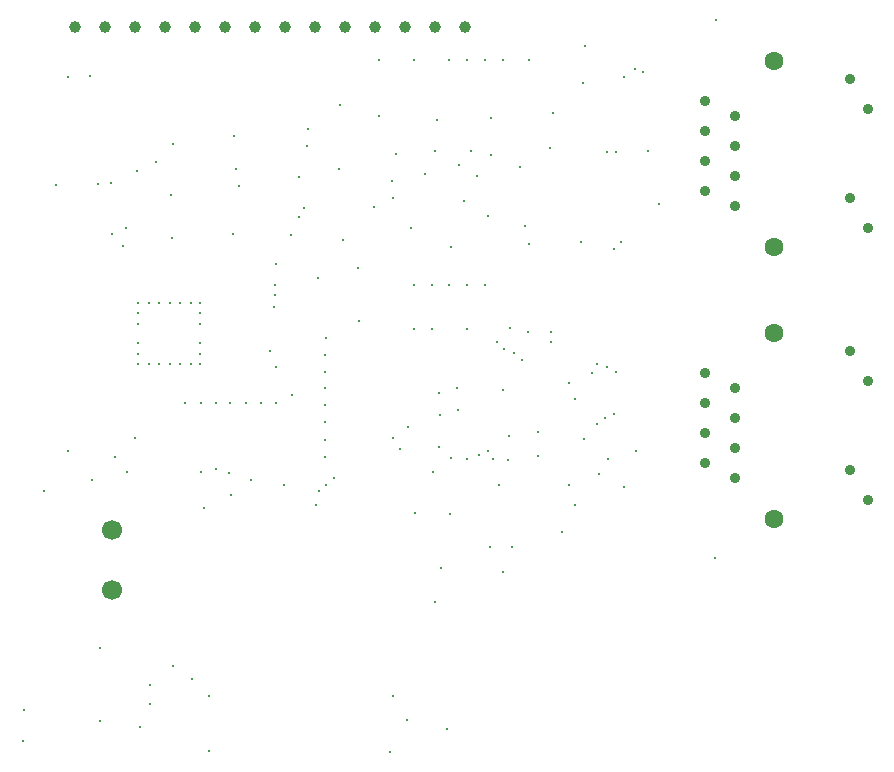
<source format=gbr>
%TF.GenerationSoftware,KiCad,Pcbnew,8.0.0*%
%TF.CreationDate,2024-03-19T23:16:41-04:00*%
%TF.ProjectId,Ethernet_Dev_Board,45746865-726e-4657-945f-4465765f426f,rev?*%
%TF.SameCoordinates,Original*%
%TF.FileFunction,Plated,1,4,PTH,Drill*%
%TF.FilePolarity,Positive*%
%FSLAX46Y46*%
G04 Gerber Fmt 4.6, Leading zero omitted, Abs format (unit mm)*
G04 Created by KiCad (PCBNEW 8.0.0) date 2024-03-19 23:16:41*
%MOMM*%
%LPD*%
G01*
G04 APERTURE LIST*
%TA.AperFunction,ViaDrill*%
%ADD10C,0.300000*%
%TD*%
%TA.AperFunction,ComponentDrill*%
%ADD11C,0.900000*%
%TD*%
%TA.AperFunction,ComponentDrill*%
%ADD12C,1.000000*%
%TD*%
%TA.AperFunction,ComponentDrill*%
%ADD13C,1.600000*%
%TD*%
%TA.AperFunction,ComponentDrill*%
%ADD14C,1.700000*%
%TD*%
G04 APERTURE END LIST*
D10*
X80400000Y-108000000D03*
X80500000Y-105400000D03*
X82199265Y-86849265D03*
X83200000Y-60900000D03*
X84200000Y-51800000D03*
X84201000Y-83439000D03*
X86106000Y-51689000D03*
X86233000Y-85852000D03*
X86741000Y-60833000D03*
X86886742Y-106313258D03*
X86900000Y-100100000D03*
X87884000Y-60706000D03*
X87950000Y-65050000D03*
X88200000Y-83900000D03*
X88900000Y-66040000D03*
X89154000Y-64516000D03*
X89200000Y-85200000D03*
X89916000Y-82296000D03*
X90043000Y-59690000D03*
X90170000Y-70866000D03*
X90170000Y-71755000D03*
X90170000Y-72644000D03*
X90170000Y-74295000D03*
X90170000Y-75184000D03*
X90170000Y-76073000D03*
X90300000Y-106800000D03*
X91059000Y-70866000D03*
X91059000Y-76073000D03*
X91167000Y-104883000D03*
X91186000Y-103251000D03*
X91694000Y-58928000D03*
X91948000Y-70866000D03*
X91948000Y-76073000D03*
X92837000Y-70866000D03*
X92837000Y-76073000D03*
X92964000Y-61722000D03*
X93000000Y-65400000D03*
X93091000Y-101600000D03*
X93100000Y-57400000D03*
X93726000Y-70866000D03*
X93726000Y-76073000D03*
X94107000Y-79375000D03*
X94615000Y-70866000D03*
X94615000Y-76073000D03*
X94742000Y-102743000D03*
X95377000Y-70866000D03*
X95377000Y-71755000D03*
X95377000Y-72644000D03*
X95377000Y-74295000D03*
X95377000Y-75184000D03*
X95377000Y-76073000D03*
X95500000Y-85200000D03*
X95504000Y-79375000D03*
X95758000Y-88265000D03*
X96100000Y-108800000D03*
X96139000Y-104140000D03*
X96774000Y-79375000D03*
X96774000Y-84963000D03*
X97800000Y-85300000D03*
X97925000Y-79375000D03*
X98044000Y-87122000D03*
X98171000Y-65029000D03*
X98300000Y-56800000D03*
X98425000Y-59563000D03*
X98679000Y-60960000D03*
X99314000Y-79375000D03*
X99697600Y-85900000D03*
X100584000Y-79375000D03*
X101337765Y-74962235D03*
X101650000Y-71250000D03*
X101727000Y-69342000D03*
X101750000Y-70231000D03*
X101854000Y-67564000D03*
X101854000Y-76327000D03*
X101854000Y-79375000D03*
X102500000Y-86300000D03*
X103124000Y-65151000D03*
X103200000Y-78700000D03*
X103759000Y-63627000D03*
X103800000Y-60200000D03*
X104196000Y-62865000D03*
X104400000Y-57600000D03*
X104546000Y-56200000D03*
X105226391Y-88039713D03*
X105354000Y-68800000D03*
X105458000Y-86850000D03*
X106000000Y-75300000D03*
X106000000Y-76700000D03*
X106000000Y-78100000D03*
X106000000Y-79500000D03*
X106000000Y-81000000D03*
X106000000Y-82500000D03*
X106000000Y-83900000D03*
X106018329Y-86279005D03*
X106089000Y-73900000D03*
X106700000Y-85700000D03*
X107150000Y-59563000D03*
X107200000Y-54100000D03*
X107500000Y-65600000D03*
X108750000Y-67900000D03*
X108800000Y-72400000D03*
X110109000Y-62738000D03*
X110500000Y-50300000D03*
X110500000Y-55100000D03*
X111500000Y-108900000D03*
X111633000Y-60579000D03*
X111760000Y-61976000D03*
X111760000Y-82296000D03*
X111760000Y-104140000D03*
X112000000Y-58300000D03*
X112350000Y-83250000D03*
X112900000Y-106200000D03*
X113000000Y-81400000D03*
X113284000Y-64516000D03*
X113500000Y-50300000D03*
X113500000Y-69342000D03*
X113500000Y-73100000D03*
X113600000Y-88700000D03*
X114427000Y-59944000D03*
X115000000Y-69342000D03*
X115000000Y-73100000D03*
X115100000Y-85200000D03*
X115272663Y-58027337D03*
X115300000Y-96200000D03*
X115443000Y-55372000D03*
X115600000Y-78500000D03*
X115600000Y-83100000D03*
X115697000Y-80391000D03*
X115800000Y-93300000D03*
X116300000Y-107000000D03*
X116500000Y-50300000D03*
X116500000Y-69342000D03*
X116586000Y-88773000D03*
X116600000Y-66200000D03*
X116600000Y-84000000D03*
X117100000Y-78100000D03*
X117200000Y-80000000D03*
X117300000Y-59200000D03*
X117750000Y-62300000D03*
X117948878Y-84097486D03*
X118000000Y-50300000D03*
X118000000Y-69342000D03*
X118000000Y-73100000D03*
X118300000Y-58000000D03*
X118800000Y-60150000D03*
X119000000Y-83800000D03*
X119500000Y-50300000D03*
X119500000Y-69342000D03*
X119756239Y-83434358D03*
X119761000Y-63500000D03*
X119900000Y-91600000D03*
X120000000Y-58400000D03*
X120015000Y-55245000D03*
X120200000Y-84100000D03*
X120499479Y-74199479D03*
X120700000Y-86300000D03*
X121000000Y-50300000D03*
X121000000Y-93700000D03*
X121031000Y-78232000D03*
X121100521Y-74800521D03*
X121416841Y-84183159D03*
X121500000Y-82200000D03*
X121649479Y-73049479D03*
X121800000Y-91600000D03*
X121999479Y-75099479D03*
X122500000Y-59400000D03*
X122600521Y-75700521D03*
X122900000Y-64400000D03*
X123191636Y-73341636D03*
X123200000Y-50300000D03*
X123200000Y-65900000D03*
X124000000Y-81850000D03*
X124024265Y-83875735D03*
X125000000Y-57800000D03*
X125100000Y-73375000D03*
X125100000Y-74225000D03*
X125300000Y-54800000D03*
X126000000Y-90300000D03*
X126600000Y-77700000D03*
X126600000Y-86300000D03*
X127100000Y-79000000D03*
X127100000Y-88000000D03*
X127600000Y-65700000D03*
X127800000Y-52300000D03*
X127900000Y-82400000D03*
X128016000Y-49149000D03*
X128600000Y-76800000D03*
X128950000Y-76050000D03*
X129032000Y-81153000D03*
X129200000Y-85400000D03*
X129667000Y-80645000D03*
X129800000Y-76300000D03*
X129823655Y-58104876D03*
X129900000Y-84100000D03*
X130399479Y-66300521D03*
X130429000Y-80264000D03*
X130600000Y-76700000D03*
X130625000Y-58074998D03*
X131000521Y-65699479D03*
X131300000Y-51800000D03*
X131300000Y-86500000D03*
X132200000Y-51100000D03*
X132300000Y-83400000D03*
X132900000Y-51300000D03*
X133300000Y-58000000D03*
X134200000Y-62500000D03*
X139000000Y-92500000D03*
X139100000Y-46900000D03*
D11*
%TO.C,J301*%
X138144000Y-53805000D03*
X138144000Y-56345000D03*
X138144000Y-58885000D03*
X138144000Y-61425000D03*
%TO.C,J201*%
X138144000Y-76840000D03*
X138144000Y-79380000D03*
X138144000Y-81920000D03*
X138144000Y-84460000D03*
%TO.C,J301*%
X140684000Y-55075000D03*
X140684000Y-57615000D03*
X140684000Y-60155000D03*
X140684000Y-62695000D03*
%TO.C,J201*%
X140684000Y-78110000D03*
X140684000Y-80650000D03*
X140684000Y-83190000D03*
X140684000Y-85730000D03*
%TO.C,J301*%
X150412000Y-51924000D03*
X150412000Y-62036000D03*
%TO.C,J201*%
X150412000Y-74959000D03*
X150412000Y-85071000D03*
%TO.C,J301*%
X151932000Y-54466000D03*
X151932000Y-64574000D03*
%TO.C,J201*%
X151932000Y-77501000D03*
X151932000Y-87609000D03*
D12*
%TO.C,J402*%
X84790000Y-47500000D03*
X87330000Y-47500000D03*
X89870000Y-47500000D03*
X92410000Y-47500000D03*
X94950000Y-47500000D03*
X97490000Y-47500000D03*
X100030000Y-47500000D03*
X102570000Y-47500000D03*
X105110000Y-47500000D03*
X107650000Y-47500000D03*
X110190000Y-47500000D03*
X112730000Y-47500000D03*
X115270000Y-47500000D03*
X117810000Y-47500000D03*
D13*
%TO.C,J301*%
X143984000Y-50375000D03*
X143984000Y-66125000D03*
%TO.C,J201*%
X143984000Y-73410000D03*
X143984000Y-89160000D03*
D14*
%TO.C,J101*%
X87970000Y-90130000D03*
X87970000Y-95210000D03*
M02*

</source>
